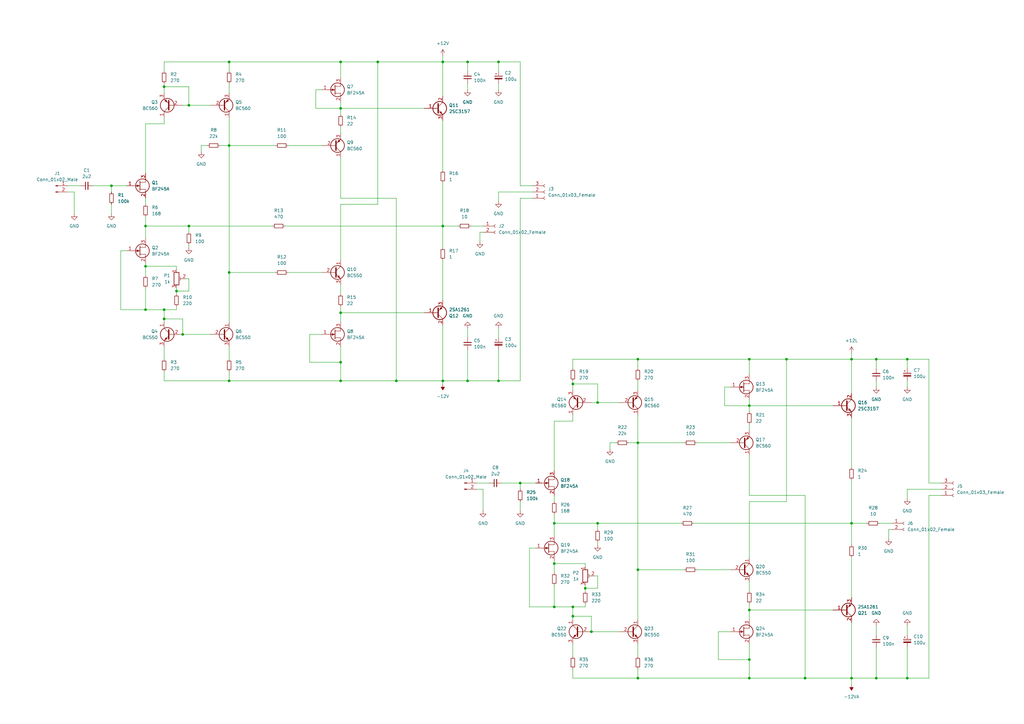
<source format=kicad_sch>
(kicad_sch (version 20250114) (generator "eeschema") (generator_version "9.0")
  (paper "A3")
  (lib_symbols
    (symbol "Connector:Conn_01x02_Female" (pin_names (offset 1.016) (hide yes))
      (property "Reference" "J" (at 0 2.54 0))
      (property "Value" "Conn_01x02_Female" (at 0 -5.08 0))
      (symbol "Conn_01x02_Female_1_1"
        (pin passive line (at -5.08 0 0) (length 3.81) (name "Pin_1") (number "1"))
        (pin passive line (at -5.08 -2.54 0) (length 3.81) (name "Pin_2") (number "2"))
      )
    )
    (symbol "Connector:Conn_01x02_Male" (pin_names (offset 1.016) (hide yes))
      (property "Reference" "J" (at 0 2.54 0))
      (property "Value" "Conn_01x02_Male" (at 0 -5.08 0))
      (symbol "Conn_01x02_Male_1_1"
        (pin passive line (at 5.08 0 180) (length 3.81) (name "Pin_1") (number "1"))
        (pin passive line (at 5.08 -2.54 180) (length 3.81) (name "Pin_2") (number "2"))
      )
    )
    (symbol "Connector:Conn_01x03_Female" (pin_names (offset 1.016) (hide yes))
      (property "Reference" "J3" (at 1.27 1.2701 0))
      (property "Value" "Conn_01x03_Female" (at 1.27 -1.2699 0))
      (symbol "Conn_01x03_Female_1_1"
        (pin passive line (at -5.08 2.54 0) (length 3.81) (name "Pin_3") (number "3"))
        (pin passive line (at -5.08 0 0) (length 3.81) (name "Pin_2") (number "2"))
        (pin passive line (at -5.08 -2.54 0) (length 3.81) (name "Pin_1") (number "1"))
      )
    )
    (symbol "Device:C_Polarized_Small" (pin_numbers (hide yes)) (pin_names (offset 0.254) (hide yes))
      (property "Reference" "C" (at 0.254 1.778 0))
      (property "Value" "C_Polarized_Small" (at 0.254 -2.032 0))
      (symbol "C_Polarized_Small_1_1"
        (pin passive line (at 0 2.54 270) (length 1.8542) (name "~") (number "1"))
        (pin passive line (at 0 -2.54 90) (length 1.8542) (name "~") (number "2"))
      )
    )
    (symbol "Device:C_Small" (pin_numbers (hide yes)) (pin_names (offset 0.254) (hide yes))
      (property "Reference" "C" (at 0.254 1.778 0))
      (property "Value" "C_Small" (at 0.254 -2.032 0))
      (symbol "C_Small_1_1"
        (pin passive line (at 0 2.54 270) (length 2.032) (name "~") (number "1"))
        (pin passive line (at 0 -2.54 90) (length 2.032) (name "~") (number "2"))
      )
    )
    (symbol "Device:R_Potentiometer_Trim" (pin_names (offset 1.016) (hide yes))
      (property "Reference" "RV" (at -4.445 0 90))
      (property "Value" "R_Potentiometer_Trim" (at -2.54 0 90))
      (symbol "R_Potentiometer_Trim_1_1"
        (pin passive line (at 0 3.81 270) (length 1.27) (name "1") (number "1"))
        (pin passive line (at 0 -3.81 90) (length 1.27) (name "3") (number "3"))
        (pin passive line (at 3.81 0 180) (length 1.27) (name "2") (number "2"))
      )
    )
    (symbol "Device:R_Small" (pin_numbers (hide yes)) (pin_names (offset 0.254) (hide yes))
      (property "Reference" "R" (at 0.762 0.508 0))
      (property "Value" "R_Small" (at 0.762 -1.016 0))
      (symbol "R_Small_1_1"
        (pin passive line (at 0 2.54 270) (length 0.762) (name "~") (number "1"))
        (pin passive line (at 0 -2.54 90) (length 0.762) (name "~") (number "2"))
      )
    )
    (symbol "Transistor_BJT:BC550" (pin_names (offset 0) (hide yes))
      (property "Reference" "Q" (at 5.08 1.905 0))
      (property "Value" "BC550" (at 5.08 0 0))
      (symbol "BC550_1_1"
        (pin input line (at -5.08 0 0) (length 5.08) (name "B") (number "2"))
        (pin passive line (at 2.54 5.08 270) (length 2.54) (name "C") (number "1"))
        (pin passive line (at 2.54 -5.08 90) (length 2.54) (name "E") (number "3"))
      )
    )
    (symbol "Transistor_BJT:BC560" (pin_names (offset 0) (hide yes))
      (property "Reference" "Q" (at 5.08 1.905 0))
      (property "Value" "BC560" (at 5.08 0 0))
      (symbol "BC560_1_1"
        (pin input line (at -5.08 0 0) (length 5.715) (name "B") (number "2"))
        (pin passive line (at 2.54 5.08 270) (length 2.54) (name "C") (number "1"))
        (pin passive line (at 2.54 -5.08 90) (length 2.54) (name "E") (number "3"))
      )
    )
    (symbol "Transistor_BJT:BD139" (pin_names (offset 0) (hide yes))
      (property "Reference" "Q11" (at 5.08 1.2701 0))
      (property "Value" "BD139" (at 5.08 -1.2699 0))
      (symbol "BD139_1_1"
        (pin input line (at -5.08 0 0) (length 5.08) (name "B") (number "1"))
        (pin passive line (at 2.54 5.08 270) (length 2.54) (name "C") (number "2"))
        (pin passive line (at 2.54 -5.08 90) (length 2.54) (name "E") (number "3"))
      )
    )
    (symbol "Transistor_BJT:BD140" (pin_names (offset 0) (hide yes))
      (property "Reference" "Q12" (at 5.08 1.2701 0))
      (property "Value" "BD140" (at 5.08 -1.2699 0))
      (symbol "BD140_1_1"
        (pin input line (at -5.08 0 0) (length 5.08) (name "B") (number "1"))
        (pin passive line (at 2.54 5.08 270) (length 2.54) (name "C") (number "2"))
        (pin passive line (at 2.54 -5.08 90) (length 2.54) (name "E") (number "3"))
      )
    )
    (symbol "Transistor_FET:BF245A" (pin_names (hide yes))
      (property "Reference" "Q" (at 5.08 1.905 0))
      (property "Value" "BF245A" (at 5.08 0 0))
      (symbol "BF245A_1_1"
        (pin input line (at -5.08 0 0) (length 2.54) (name "G") (number "1"))
        (pin passive line (at 2.54 5.08 270) (length 2.54) (name "D") (number "3"))
        (pin passive line (at 2.54 -5.08 90) (length 2.54) (name "S") (number "2"))
      )
    )
    (symbol "power:+12L" (power) (pin_names (offset 0))
      (property "Value" "+12L" (at 0 3.556 0))
      (symbol "+12L_1_1"
        (pin power_in line (at 0 0 90) (length 0) (hide yes) (name "+12L") (number "1"))
      )
    )
    (symbol "power:+12V" (power) (pin_names (offset 0))
      (property "Value" "+12V" (at 0 3.556 0))
      (symbol "+12V_1_1"
        (pin power_in line (at 0 0 90) (length 0) (hide yes) (name "+12V") (number "1"))
      )
    )
    (symbol "power:-12V" (power) (pin_names (offset 0))
      (property "Value" "-12V" (at 0 3.81 0))
      (symbol "-12V_0_0"
        (pin power_in line (at 0 0 90) (length 0) (hide yes) (name "-12V") (number "1"))
      )
    )
    (symbol "power:-12VA" (power) (pin_names (offset 0))
      (property "Value" "-12VA" (at 0 3.556 0))
      (symbol "-12VA_0_0"
        (pin power_in line (at 0 0 90) (length 0) (hide yes) (name "-12VA") (number "1"))
      )
    )
    (symbol "power:GND" (power) (pin_names (offset 0))
      (property "Value" "GND" (at 0 -3.81 0))
      (symbol "GND_1_1"
        (pin power_in line (at 0 0 270) (length 0) (hide yes) (name "GND") (number "1"))
      )
    )
  )
  (junction (at 93.98 59.69))
  (junction (at 307.34 278.13))
  (junction (at 359.41 147.32))
  (junction (at 261.62 147.32))
  (junction (at 213.36 198.12))
  (junction (at 330.2 278.13))
  (junction (at 181.61 25.4))
  (junction (at 139.7 148.59))
  (junction (at 261.62 181.61))
  (junction (at 181.61 156.21))
  (junction (at 242.57 259.08))
  (junction (at 139.7 25.4))
  (junction (at 93.98 111.76))
  (junction (at 349.25 278.13))
  (junction (at 67.31 35.56))
  (junction (at 139.7 44.45))
  (junction (at 74.93 137.16))
  (junction (at 372.11 278.13))
  (junction (at 234.95 252.73))
  (junction (at 191.77 25.4))
  (junction (at 261.62 233.68))
  (junction (at 181.61 92.71))
  (junction (at 93.98 156.21))
  (junction (at 307.34 270.51))
  (junction (at 154.94 25.4))
  (junction (at 234.95 157.48))
  (junction (at 234.95 248.92))
  (junction (at 59.69 92.71))
  (junction (at 227.33 231.14))
  (junction (at 307.34 166.37))
  (junction (at 322.58 147.32))
  (junction (at 245.11 165.1))
  (junction (at 77.47 43.18))
  (junction (at 139.7 156.21))
  (junction (at 240.03 241.3))
  (junction (at 204.47 156.21))
  (junction (at 372.11 147.32))
  (junction (at 72.39 119.38))
  (junction (at 204.47 25.4))
  (junction (at 77.47 92.71))
  (junction (at 359.41 278.13))
  (junction (at 93.98 25.4))
  (junction (at 191.77 156.21))
  (junction (at 67.31 127))
  (junction (at 162.56 156.21))
  (junction (at 227.33 214.63))
  (junction (at 349.25 214.63))
  (junction (at 307.34 147.32))
  (junction (at 261.62 278.13))
  (junction (at 59.69 127))
  (junction (at 349.25 147.32))
  (junction (at 307.34 250.19))
  (junction (at 59.69 109.22))
  (junction (at 227.33 248.92))
  (junction (at 245.11 214.63))
  (junction (at 45.72 76.2))
  (junction (at 67.31 130.81))
  (junction (at 139.7 128.27))
  (wire (pts (xy 307.34 166.37) (xy 307.34 168.91)))
  (wire (pts (xy 234.95 157.48) (xy 234.95 160.02)))
  (wire (pts (xy 307.34 250.19) (xy 307.34 254)))
  (wire (pts (xy 299.72 158.75) (xy 297.18 158.75)))
  (wire (pts (xy 77.47 95.25) (xy 77.47 92.71)))
  (wire (pts (xy 93.98 111.76) (xy 93.98 132.08)))
  (wire (pts (xy 93.98 25.4) (xy 139.7 25.4)))
  (wire (pts (xy 195.58 198.12) (xy 200.66 198.12)))
  (wire (pts (xy 139.7 52.07) (xy 139.7 54.61)))
  (wire (pts (xy 139.7 106.68) (xy 139.7 83.82)))
  (wire (pts (xy 67.31 35.56) (xy 77.47 35.56)))
  (wire (pts (xy 154.94 83.82) (xy 154.94 25.4)))
  (wire (pts (xy 193.04 92.71) (xy 198.12 92.71)))
  (wire (pts (xy 372.11 156.21) (xy 372.11 158.75)))
  (wire (pts (xy 234.95 278.13) (xy 261.62 278.13)))
  (wire (pts (xy 349.25 214.63) (xy 355.6 214.63)))
  (wire (pts (xy 139.7 125.73) (xy 139.7 128.27)))
  (wire (pts (xy 349.25 278.13) (xy 359.41 278.13)))
  (wire (pts (xy 127 137.16) (xy 127 148.59)))
  (wire (pts (xy 381 147.32) (xy 372.11 147.32)))
  (wire (pts (xy 139.7 128.27) (xy 173.99 128.27)))
  (wire (pts (xy 218.44 76.2) (xy 213.36 76.2)))
  (wire (pts (xy 27.94 78.74) (xy 30.48 78.74)))
  (wire (pts (xy 59.69 71.12) (xy 59.69 50.8)))
  (wire (pts (xy 294.64 270.51) (xy 307.34 270.51)))
  (wire (pts (xy 285.75 181.61) (xy 299.72 181.61)))
  (wire (pts (xy 307.34 238.76) (xy 307.34 242.57)))
  (wire (pts (xy 261.62 147.32) (xy 261.62 151.13)))
  (wire (pts (xy 240.03 241.3) (xy 240.03 242.57)))
  (wire (pts (xy 77.47 100.33) (xy 77.47 101.6)))
  (wire (pts (xy 204.47 156.21) (xy 191.77 156.21)))
  (wire (pts (xy 349.25 147.32) (xy 359.41 147.32)))
  (wire (pts (xy 227.33 229.87) (xy 227.33 231.14)))
  (wire (pts (xy 76.2 114.3) (xy 77.47 114.3)))
  (wire (pts (xy 59.69 50.8) (xy 67.31 50.8)))
  (wire (pts (xy 139.7 44.45) (xy 173.99 44.45)))
  (wire (pts (xy 322.58 205.74) (xy 322.58 147.32)))
  (wire (pts (xy 139.7 25.4) (xy 139.7 31.75)))
  (wire (pts (xy 242.57 259.08) (xy 254 259.08)))
  (wire (pts (xy 349.25 144.78) (xy 349.25 147.32)))
  (wire (pts (xy 243.84 236.22) (xy 245.11 236.22)))
  (wire (pts (xy 196.85 95.25) (xy 198.12 95.25)))
  (wire (pts (xy 234.95 151.13) (xy 234.95 147.32)))
  (wire (pts (xy 139.7 44.45) (xy 139.7 46.99)))
  (wire (pts (xy 52.07 102.87) (xy 49.53 102.87)))
  (wire (pts (xy 82.55 59.69) (xy 82.55 62.23)))
  (wire (pts (xy 45.72 83.82) (xy 45.72 87.63)))
  (wire (pts (xy 227.33 214.63) (xy 227.33 219.71)))
  (wire (pts (xy 93.98 152.4) (xy 93.98 156.21)))
  (wire (pts (xy 227.33 231.14) (xy 240.03 231.14)))
  (wire (pts (xy 297.18 158.75) (xy 297.18 166.37)))
  (wire (pts (xy 213.36 81.28) (xy 213.36 156.21)))
  (wire (pts (xy 261.62 156.21) (xy 261.62 160.02)))
  (wire (pts (xy 234.95 274.32) (xy 234.95 278.13)))
  (wire (pts (xy 234.95 156.21) (xy 234.95 157.48)))
  (wire (pts (xy 191.77 143.51) (xy 191.77 156.21)))
  (wire (pts (xy 349.25 171.45) (xy 349.25 191.77)))
  (wire (pts (xy 90.17 59.69) (xy 93.98 59.69)))
  (wire (pts (xy 261.62 233.68) (xy 261.62 254)))
  (wire (pts (xy 364.49 217.17) (xy 365.76 217.17)))
  (wire (pts (xy 359.41 256.54) (xy 359.41 260.35)))
  (wire (pts (xy 381 198.12) (xy 381 147.32)))
  (wire (pts (xy 67.31 34.29) (xy 67.31 35.56)))
  (wire (pts (xy 67.31 130.81) (xy 67.31 132.08)))
  (wire (pts (xy 227.33 203.2) (xy 227.33 205.74)))
  (wire (pts (xy 372.11 200.66) (xy 372.11 204.47)))
  (wire (pts (xy 204.47 156.21) (xy 213.36 156.21)))
  (wire (pts (xy 234.95 252.73) (xy 242.57 252.73)))
  (wire (pts (xy 67.31 142.24) (xy 67.31 147.32)))
  (wire (pts (xy 359.41 147.32) (xy 372.11 147.32)))
  (wire (pts (xy 127 148.59) (xy 139.7 148.59)))
  (wire (pts (xy 307.34 247.65) (xy 307.34 250.19)))
  (wire (pts (xy 213.36 198.12) (xy 213.36 200.66)))
  (wire (pts (xy 27.94 76.2) (xy 33.02 76.2)))
  (wire (pts (xy 227.33 231.14) (xy 227.33 234.95)))
  (wire (pts (xy 191.77 25.4) (xy 204.47 25.4)))
  (wire (pts (xy 372.11 151.13) (xy 372.11 147.32)))
  (wire (pts (xy 381 203.2) (xy 381 278.13)))
  (wire (pts (xy 349.25 214.63) (xy 349.25 223.52)))
  (wire (pts (xy 67.31 25.4) (xy 93.98 25.4)))
  (wire (pts (xy 294.64 259.08) (xy 294.64 270.51)))
  (wire (pts (xy 227.33 214.63) (xy 245.11 214.63)))
  (wire (pts (xy 67.31 127) (xy 72.39 127)))
  (wire (pts (xy 30.48 78.74) (xy 30.48 87.63)))
  (wire (pts (xy 154.94 25.4) (xy 181.61 25.4)))
  (wire (pts (xy 307.34 186.69) (xy 307.34 203.2)))
  (wire (pts (xy 245.11 165.1) (xy 254 165.1)))
  (wire (pts (xy 234.95 147.32) (xy 261.62 147.32)))
  (wire (pts (xy 261.62 233.68) (xy 280.67 233.68)))
  (wire (pts (xy 118.11 59.69) (xy 132.08 59.69)))
  (wire (pts (xy 93.98 142.24) (xy 93.98 147.32)))
  (wire (pts (xy 307.34 147.32) (xy 307.34 153.67)))
  (wire (pts (xy 349.25 278.13) (xy 349.25 280.67)))
  (wire (pts (xy 67.31 156.21) (xy 93.98 156.21)))
  (wire (pts (xy 234.95 248.92) (xy 240.03 248.92)))
  (wire (pts (xy 359.41 265.43) (xy 359.41 278.13)))
  (wire (pts (xy 205.74 198.12) (xy 213.36 198.12)))
  (wire (pts (xy 227.33 172.72) (xy 234.95 172.72)))
  (wire (pts (xy 93.98 59.69) (xy 93.98 111.76)))
  (wire (pts (xy 59.69 127) (xy 67.31 127)))
  (wire (pts (xy 77.47 119.38) (xy 77.47 114.3)))
  (wire (pts (xy 349.25 196.85) (xy 349.25 214.63)))
  (wire (pts (xy 139.7 116.84) (xy 139.7 120.65)))
  (wire (pts (xy 261.62 264.16) (xy 261.62 269.24)))
  (wire (pts (xy 67.31 29.21) (xy 67.31 25.4)))
  (wire (pts (xy 67.31 130.81) (xy 74.93 130.81)))
  (wire (pts (xy 181.61 74.93) (xy 181.61 92.71)))
  (wire (pts (xy 181.61 92.71) (xy 181.61 101.6)))
  (wire (pts (xy 191.77 134.62) (xy 191.77 138.43)))
  (wire (pts (xy 59.69 81.28) (xy 59.69 83.82)))
  (wire (pts (xy 213.36 25.4) (xy 204.47 25.4)))
  (wire (pts (xy 307.34 163.83) (xy 307.34 166.37)))
  (wire (pts (xy 162.56 156.21) (xy 181.61 156.21)))
  (wire (pts (xy 349.25 161.29) (xy 349.25 147.32)))
  (wire (pts (xy 139.7 128.27) (xy 139.7 132.08)))
  (wire (pts (xy 59.69 92.71) (xy 59.69 97.79)))
  (wire (pts (xy 234.95 252.73) (xy 234.95 254)))
  (wire (pts (xy 67.31 152.4) (xy 67.31 156.21)))
  (wire (pts (xy 77.47 43.18) (xy 86.36 43.18)))
  (wire (pts (xy 59.69 109.22) (xy 72.39 109.22)))
  (wire (pts (xy 307.34 173.99) (xy 307.34 176.53)))
  (wire (pts (xy 234.95 264.16) (xy 234.95 269.24)))
  (wire (pts (xy 234.95 170.18) (xy 234.95 172.72)))
  (wire (pts (xy 386.08 200.66) (xy 372.11 200.66)))
  (wire (pts (xy 191.77 34.29) (xy 191.77 36.83)))
  (wire (pts (xy 349.25 228.6) (xy 349.25 245.11)))
  (wire (pts (xy 261.62 181.61) (xy 261.62 233.68)))
  (wire (pts (xy 139.7 156.21) (xy 93.98 156.21)))
  (wire (pts (xy 181.61 106.68) (xy 181.61 123.19)))
  (wire (pts (xy 245.11 157.48) (xy 245.11 165.1)))
  (wire (pts (xy 93.98 48.26) (xy 93.98 59.69)))
  (wire (pts (xy 297.18 166.37) (xy 307.34 166.37)))
  (wire (pts (xy 242.57 165.1) (xy 245.11 165.1)))
  (wire (pts (xy 74.93 130.81) (xy 74.93 137.16)))
  (wire (pts (xy 299.72 259.08) (xy 294.64 259.08)))
  (wire (pts (xy 218.44 81.28) (xy 213.36 81.28)))
  (wire (pts (xy 204.47 78.74) (xy 204.47 82.55)))
  (wire (pts (xy 132.08 137.16) (xy 127 137.16)))
  (wire (pts (xy 227.33 248.92) (xy 234.95 248.92)))
  (wire (pts (xy 240.03 241.3) (xy 245.11 241.3)))
  (wire (pts (xy 261.62 147.32) (xy 307.34 147.32)))
  (wire (pts (xy 250.19 181.61) (xy 250.19 184.15)))
  (wire (pts (xy 204.47 143.51) (xy 204.47 156.21)))
  (wire (pts (xy 139.7 142.24) (xy 139.7 148.59)))
  (wire (pts (xy 240.03 231.14) (xy 240.03 232.41)))
  (wire (pts (xy 72.39 119.38) (xy 77.47 119.38)))
  (wire (pts (xy 181.61 156.21) (xy 191.77 156.21)))
  (wire (pts (xy 217.17 248.92) (xy 227.33 248.92)))
  (wire (pts (xy 359.41 156.21) (xy 359.41 158.75)))
  (wire (pts (xy 307.34 228.6) (xy 307.34 205.74)))
  (wire (pts (xy 191.77 25.4) (xy 191.77 29.21)))
  (wire (pts (xy 364.49 220.98) (xy 364.49 217.17)))
  (wire (pts (xy 181.61 49.53) (xy 181.61 69.85)))
  (wire (pts (xy 240.03 240.03) (xy 240.03 241.3)))
  (wire (pts (xy 93.98 25.4) (xy 93.98 29.21)))
  (wire (pts (xy 227.33 193.04) (xy 227.33 172.72)))
  (wire (pts (xy 74.93 137.16) (xy 86.36 137.16)))
  (wire (pts (xy 93.98 59.69) (xy 113.03 59.69)))
  (wire (pts (xy 218.44 78.74) (xy 204.47 78.74)))
  (wire (pts (xy 45.72 76.2) (xy 52.07 76.2)))
  (wire (pts (xy 162.56 81.28) (xy 162.56 156.21)))
  (wire (pts (xy 234.95 248.92) (xy 234.95 252.73)))
  (wire (pts (xy 359.41 147.32) (xy 359.41 151.13)))
  (wire (pts (xy 242.57 252.73) (xy 242.57 259.08)))
  (wire (pts (xy 132.08 36.83) (xy 129.54 36.83)))
  (wire (pts (xy 38.1 76.2) (xy 45.72 76.2)))
  (wire (pts (xy 307.34 205.74) (xy 322.58 205.74)))
  (wire (pts (xy 45.72 76.2) (xy 45.72 78.74)))
  (wire (pts (xy 67.31 48.26) (xy 67.31 50.8)))
  (wire (pts (xy 307.34 203.2) (xy 330.2 203.2)))
  (wire (pts (xy 139.7 148.59) (xy 139.7 156.21)))
  (wire (pts (xy 217.17 224.79) (xy 217.17 248.92)))
  (wire (pts (xy 307.34 264.16) (xy 307.34 270.51)))
  (wire (pts (xy 59.69 109.22) (xy 59.69 113.03)))
  (wire (pts (xy 116.84 92.71) (xy 181.61 92.71)))
  (wire (pts (xy 139.7 41.91) (xy 139.7 44.45)))
  (wire (pts (xy 59.69 88.9) (xy 59.69 92.71)))
  (wire (pts (xy 307.34 166.37) (xy 341.63 166.37)))
  (wire (pts (xy 204.47 29.21) (xy 204.47 25.4)))
  (wire (pts (xy 213.36 198.12) (xy 219.71 198.12)))
  (wire (pts (xy 307.34 147.32) (xy 322.58 147.32)))
  (wire (pts (xy 252.73 181.61) (xy 250.19 181.61)))
  (wire (pts (xy 307.34 278.13) (xy 261.62 278.13)))
  (wire (pts (xy 386.08 198.12) (xy 381 198.12)))
  (wire (pts (xy 372.11 265.43) (xy 372.11 278.13)))
  (wire (pts (xy 74.93 43.18) (xy 77.47 43.18)))
  (wire (pts (xy 234.95 157.48) (xy 245.11 157.48)))
  (wire (pts (xy 349.25 255.27) (xy 349.25 278.13)))
  (wire (pts (xy 372.11 278.13) (xy 359.41 278.13)))
  (wire (pts (xy 386.08 203.2) (xy 381 203.2)))
  (wire (pts (xy 204.47 134.62) (xy 204.47 138.43)))
  (wire (pts (xy 284.48 214.63) (xy 349.25 214.63)))
  (wire (pts (xy 213.36 76.2) (xy 213.36 25.4)))
  (wire (pts (xy 372.11 278.13) (xy 381 278.13)))
  (wire (pts (xy 72.39 109.22) (xy 72.39 110.49)))
  (wire (pts (xy 322.58 147.32) (xy 349.25 147.32)))
  (wire (pts (xy 330.2 278.13) (xy 349.25 278.13)))
  (wire (pts (xy 285.75 233.68) (xy 299.72 233.68)))
  (wire (pts (xy 162.56 156.21) (xy 139.7 156.21)))
  (wire (pts (xy 181.61 39.37) (xy 181.61 25.4)))
  (wire (pts (xy 139.7 25.4) (xy 154.94 25.4)))
  (wire (pts (xy 198.12 200.66) (xy 198.12 209.55)))
  (wire (pts (xy 245.11 222.25) (xy 245.11 223.52)))
  (wire (pts (xy 261.62 170.18) (xy 261.62 181.61)))
  (wire (pts (xy 139.7 81.28) (xy 162.56 81.28)))
  (wire (pts (xy 227.33 240.03) (xy 227.33 248.92)))
  (wire (pts (xy 181.61 156.21) (xy 181.61 157.48)))
  (wire (pts (xy 49.53 127) (xy 59.69 127)))
  (wire (pts (xy 129.54 44.45) (xy 139.7 44.45)))
  (wire (pts (xy 181.61 25.4) (xy 191.77 25.4)))
  (wire (pts (xy 59.69 118.11) (xy 59.69 127)))
  (wire (pts (xy 330.2 203.2) (xy 330.2 278.13)))
  (wire (pts (xy 72.39 118.11) (xy 72.39 119.38)))
  (wire (pts (xy 360.68 214.63) (xy 365.76 214.63)))
  (wire (pts (xy 118.11 111.76) (xy 132.08 111.76)))
  (wire (pts (xy 139.7 64.77) (xy 139.7 81.28)))
  (wire (pts (xy 261.62 181.61) (xy 280.67 181.61)))
  (wire (pts (xy 72.39 125.73) (xy 72.39 127)))
  (wire (pts (xy 245.11 214.63) (xy 279.4 214.63)))
  (wire (pts (xy 227.33 210.82) (xy 227.33 214.63)))
  (wire (pts (xy 181.61 22.86) (xy 181.61 25.4)))
  (wire (pts (xy 372.11 256.54) (xy 372.11 260.35)))
  (wire (pts (xy 93.98 34.29) (xy 93.98 38.1)))
  (wire (pts (xy 139.7 83.82) (xy 154.94 83.82)))
  (wire (pts (xy 330.2 278.13) (xy 307.34 278.13)))
  (wire (pts (xy 77.47 92.71) (xy 111.76 92.71)))
  (wire (pts (xy 181.61 92.71) (xy 187.96 92.71)))
  (wire (pts (xy 307.34 270.51) (xy 307.34 278.13)))
  (wire (pts (xy 67.31 127) (xy 67.31 130.81)))
  (wire (pts (xy 67.31 35.56) (xy 67.31 38.1)))
  (wire (pts (xy 49.53 102.87) (xy 49.53 127)))
  (wire (pts (xy 213.36 205.74) (xy 213.36 209.55)))
  (wire (pts (xy 219.71 224.79) (xy 217.17 224.79)))
  (wire (pts (xy 204.47 34.29) (xy 204.47 36.83)))
  (wire (pts (xy 240.03 247.65) (xy 240.03 248.92)))
  (wire (pts (xy 93.98 111.76) (xy 113.03 111.76)))
  (wire (pts (xy 245.11 241.3) (xy 245.11 236.22)))
  (wire (pts (xy 257.81 181.61) (xy 261.62 181.61)))
  (wire (pts (xy 196.85 99.06) (xy 196.85 95.25)))
  (wire (pts (xy 245.11 217.17) (xy 245.11 214.63)))
  (wire (pts (xy 195.58 200.66) (xy 198.12 200.66)))
  (wire (pts (xy 72.39 119.38) (xy 72.39 120.65)))
  (wire (pts (xy 77.47 35.56) (xy 77.47 43.18)))
  (wire (pts (xy 181.61 133.35) (xy 181.61 156.21)))
  (wire (pts (xy 85.09 59.69) (xy 82.55 59.69)))
  (wire (pts (xy 307.34 250.19) (xy 341.63 250.19)))
  (wire (pts (xy 261.62 274.32) (xy 261.62 278.13)))
  (wire (pts (xy 59.69 92.71) (xy 77.47 92.71)))
  (wire (pts (xy 59.69 107.95) (xy 59.69 109.22)))
  (wire (pts (xy 129.54 36.83) (xy 129.54 44.45)))
  (symbol (lib_id "power:GND") (at 191.77 36.83 0) (unit 1)
    (property "Reference" "#PWR05" (effects (hide yes)))
    (property "Value" "GND" (at 191.77 41.91 0))
  )
  (symbol (lib_id "Device:R_Small") (at 114.3 92.71 270) (unit 1)
    (property "Reference" "R13" (at 114.3 86.36 90))
    (property "Value" "470" (at 114.3 88.9 90))
    (property "Footprint" "Resistor_THT:R_Axial_DIN0207_L6.3mm_D2.5mm_P10.16mm_Horizontal" (effects (hide yes)))
  )
  (symbol (lib_id "Device:R_Small") (at 283.21 181.61 270) (unit 1)
    (property "Reference" "R23" (at 283.21 175.26 90))
    (property "Value" "100" (at 283.21 177.8 90))
    (property "Footprint" "Resistor_THT:R_Axial_DIN0207_L6.3mm_D2.5mm_P10.16mm_Horizontal" (effects (hide yes)))
  )
  (symbol (lib_id "Transistor_FET:BF245A") (at 137.16 36.83 0) (unit 1)
    (property "Reference" "Q7" (at 142.24 35.5599 0) (effects (justify left)))
    (property "Value" "BF245A" (at 142.24 38.0999 0) (effects (justify left)))
    (property "Footprint" "Tranzystory:TO-92" (effects (hide yes)))
    (property "Datasheet" "https://www.onsemi.com/pub/Collateral/BF245A-D.PDF" (effects (hide yes)))
  )
  (symbol (lib_id "Connector:Conn_01x02_Female") (at 203.2 92.71 0) (unit 1)
    (property "Reference" "J2" (at 204.47 92.7099 0) (effects (justify left)))
    (property "Value" "Conn_01x02_Female" (at 204.47 95.2499 0) (effects (justify left)))
    (property "Footprint" "Connector_JST:JST_EH_B2B-EH-A_1x02_P2.50mm_Vertical" (effects (hide yes)))
  )
  (symbol (lib_id "power:GND") (at 364.49 220.98 0) (unit 1)
    (property "Reference" "#PWR018" (effects (hide yes)))
    (property "Value" "GND" (at 364.49 226.06 0))
  )
  (symbol (lib_id "Device:C_Polarized_Small") (at 204.47 31.75 0) (unit 1)
    (property "Reference" "C2" (at 207.01 29.9338 0) (effects (justify left)))
    (property "Value" "100u" (at 207.01 32.4738 0) (effects (justify left)))
    (property "Footprint" "Capacitor_THT:CP_Radial_D8.0mm_P3.50mm" (effects (hide yes)))
  )
  (symbol (lib_id "power:GND") (at 45.72 87.63 0) (unit 1)
    (property "Reference" "#PWR02" (effects (hide yes)))
    (property "Value" "GND" (at 45.72 92.71 0))
  )
  (symbol (lib_id "Connector:Conn_01x02_Male") (at 190.5 198.12 0) (unit 1)
    (property "Reference" "J4" (at 191.135 193.04 0))
    (property "Value" "Conn_01x02_Male" (at 191.135 195.58 0))
    (property "Footprint" "Connector_JST:JST_EH_S2B-EH_1x02_P2.50mm_Horizontal" (effects (hide yes)))
  )
  (symbol (lib_id "Device:R_Small") (at 307.34 245.11 0) (unit 1)
    (property "Reference" "R34" (at 309.88 243.8399 0) (effects (justify left)))
    (property "Value" "22" (at 309.88 246.3799 0) (effects (justify left)))
    (property "Footprint" "Resistor_THT:R_Axial_DIN0207_L6.3mm_D2.5mm_P10.16mm_Horizontal" (effects (hide yes)))
  )
  (symbol (lib_id "Device:R_Small") (at 67.31 149.86 0) (unit 1)
    (property "Reference" "R3" (at 69.85 148.5899 0) (effects (justify left)))
    (property "Value" "270" (at 69.85 151.1299 0) (effects (justify left)))
    (property "Footprint" "Resistor_THT:R_Axial_DIN0207_L6.3mm_D2.5mm_P10.16mm_Horizontal" (effects (hide yes)))
  )
  (symbol (lib_id "power:GND") (at 372.11 204.47 0) (unit 1)
    (property "Reference" "#PWR015" (effects (hide yes)))
    (property "Value" "GND" (at 372.11 209.55 0))
  )
  (symbol (lib_id "Device:C_Small") (at 359.41 262.89 180) (unit 1)
    (property "Reference" "C9" (at 361.95 261.6135 0) (effects (justify right)))
    (property "Value" "100n" (at 361.95 264.1535 0) (effects (justify right)))
    (property "Footprint" "Capacitor_THT:C_Axial_L3.8mm_D2.6mm_P10.00mm_Horizontal" (effects (hide yes)))
  )
  (symbol (lib_id "Device:C_Small") (at 35.56 76.2 90) (unit 1)
    (property "Reference" "C1" (at 35.5663 69.85 90))
    (property "Value" "2u2" (at 35.5663 72.39 90))
    (property "Footprint" "Capacitor_THT:C_Rect_L11.0mm_W5.1mm_P10.00mm_MKT" (effects (hide yes)))
  )
  (symbol (lib_id "power:GND") (at 245.11 223.52 0) (unit 1)
    (property "Reference" "#PWR019" (effects (hide yes)))
    (property "Value" "GND" (at 245.11 228.6 0))
  )
  (symbol (lib_id "Transistor_BJT:BC550") (at 259.08 259.08 0) (unit 1)
    (property "Reference" "Q23" (at 264.16 257.8099 0) (effects (justify left)))
    (property "Value" "BC550" (at 264.16 260.3499 0) (effects (justify left)))
    (property "Footprint" "Tranzystory:TO-92" (effects (hide yes)))
    (property "Datasheet" "https://www.onsemi.com/pub/Collateral/BC550-D.pdf" (effects (hide yes)))
  )
  (symbol (lib_id "Transistor_BJT:BD140") (at 346.71 250.19 0) (mirror x) (unit 1)
    (property "Reference" "Q21" (at 351.79 251.4601 0) (effects (justify left)))
    (property "Value" "2SA1261" (at 351.79 248.9201 0) (effects (justify left)))
    (property "Footprint" "Package_TO_SOT_THT:TO-220-3_Vertical" (effects (hide yes)))
    (property "Datasheet" "http://www.st.com/internet/com/TECHNICAL_RESOURCES/TECHNICAL_LITERATURE/DATASHEET/CD00001225.pdf" (effects (hide yes)))
  )
  (symbol (lib_id "Device:R_Small") (at 283.21 233.68 270) (unit 1)
    (property "Reference" "R31" (at 283.21 227.33 90))
    (property "Value" "100" (at 283.21 229.87 90))
    (property "Footprint" "Resistor_THT:R_Axial_DIN0207_L6.3mm_D2.5mm_P10.16mm_Horizontal" (effects (hide yes)))
  )
  (symbol (lib_id "Transistor_BJT:BC560") (at 237.49 165.1 180) (unit 1)
    (property "Reference" "Q14" (at 232.41 163.8299 0) (effects (justify left)))
    (property "Value" "BC560" (at 232.41 166.3699 0) (effects (justify left)))
    (property "Footprint" "Tranzystory:TO-92" (effects (hide yes)))
    (property "Datasheet" "https://www.onsemi.com/pub/Collateral/BC556BTA-D.pdf" (effects (hide yes)))
  )
  (symbol (lib_id "power:GND") (at 359.41 158.75 0) (unit 1)
    (property "Reference" "#PWR012" (effects (hide yes)))
    (property "Value" "GND" (at 359.41 163.83 0))
  )
  (symbol (lib_id "Connector:Conn_01x03_Female") (at 223.52 78.74 0) (unit 1)
    (property "Reference" "J3" (at 224.79 77.4699 0) (effects (justify left)))
    (property "Value" "Conn_01x03_Female" (at 224.79 80.0099 0) (effects (justify left)))
    (property "Footprint" "Connector_JST:JST_EH_S3B-EH_1x03_P2.50mm_Horizontal" (effects (hide yes)))
  )
  (symbol (lib_id "Device:R_Small") (at 67.31 31.75 0) (unit 1)
    (property "Reference" "R2" (at 69.85 30.4799 0) (effects (justify left)))
    (property "Value" "270" (at 69.85 33.0199 0) (effects (justify left)))
    (property "Footprint" "Resistor_THT:R_Axial_DIN0207_L6.3mm_D2.5mm_P10.16mm_Horizontal" (effects (hide yes)))
  )
  (symbol (lib_id "power:GND") (at 250.19 184.15 0) (unit 1)
    (property "Reference" "#PWR014" (effects (hide yes)))
    (property "Value" "GND" (at 250.19 189.23 0))
  )
  (symbol (lib_id "Transistor_BJT:BC560") (at 69.85 43.18 180) (unit 1)
    (property "Reference" "Q3" (at 64.77 41.9099 0) (effects (justify left)))
    (property "Value" "BC560" (at 64.77 44.4499 0) (effects (justify left)))
    (property "Footprint" "Tranzystory:TO-92" (effects (hide yes)))
    (property "Datasheet" "https://www.onsemi.com/pub/Collateral/BC556BTA-D.pdf" (effects (hide yes)))
  )
  (symbol (lib_id "Device:R_Small") (at 349.25 194.31 0) (unit 1)
    (property "Reference" "R24" (at 351.79 193.0399 0) (effects (justify left)))
    (property "Value" "1" (at 351.79 195.5799 0) (effects (justify left)))
    (property "Footprint" "Resistor_THT:R_Axial_DIN0207_L6.3mm_D2.5mm_P10.16mm_Horizontal" (effects (hide yes)))
  )
  (symbol (lib_id "Transistor_BJT:BC550") (at 91.44 137.16 0) (unit 1)
    (property "Reference" "Q6" (at 96.52 135.8899 0) (effects (justify left)))
    (property "Value" "BC550" (at 96.52 138.4299 0) (effects (justify left)))
    (property "Footprint" "Tranzystory:TO-92" (effects (hide yes)))
    (property "Datasheet" "https://www.onsemi.com/pub/Collateral/BC550-D.pdf" (effects (hide yes)))
  )
  (symbol (lib_id "power:-12V") (at 181.61 157.48 180) (unit 1)
    (property "Reference" "#PWR0102" (effects (hide yes)))
    (property "Value" "-12V" (at 181.61 162.56 0))
  )
  (symbol (lib_id "Transistor_BJT:BC560") (at 259.08 165.1 0) (mirror x) (unit 1)
    (property "Reference" "Q15" (at 264.16 163.8299 0) (effects (justify left)))
    (property "Value" "BC560" (at 264.16 166.3699 0) (effects (justify left)))
    (property "Footprint" "Tranzystory:TO-92" (effects (hide yes)))
    (property "Datasheet" "https://www.onsemi.com/pub/Collateral/BC556BTA-D.pdf" (effects (hide yes)))
  )
  (symbol (lib_id "Transistor_BJT:BC550") (at 237.49 259.08 0) (mirror y) (unit 1)
    (property "Reference" "Q22" (at 232.41 257.8099 0) (effects (justify left)))
    (property "Value" "BC550" (at 232.41 260.3499 0) (effects (justify left)))
    (property "Footprint" "Tranzystory:TO-92" (effects (hide yes)))
    (property "Datasheet" "https://www.onsemi.com/pub/Collateral/BC550-D.pdf" (effects (hide yes)))
  )
  (symbol (lib_id "Device:R_Small") (at 115.57 111.76 270) (unit 1)
    (property "Reference" "R12" (at 115.57 105.41 90))
    (property "Value" "100" (at 115.57 107.95 90))
    (property "Footprint" "Resistor_THT:R_Axial_DIN0207_L6.3mm_D2.5mm_P10.16mm_Horizontal" (effects (hide yes)))
  )
  (symbol (lib_id "Transistor_BJT:BC560") (at 304.8 181.61 0) (mirror x) (unit 1)
    (property "Reference" "Q17" (at 309.88 180.3399 0) (effects (justify left)))
    (property "Value" "BC560" (at 309.88 182.8799 0) (effects (justify left)))
    (property "Footprint" "Tranzystory:TO-92" (effects (hide yes)))
    (property "Datasheet" "https://www.onsemi.com/pub/Collateral/BC556BTA-D.pdf" (effects (hide yes)))
  )
  (symbol (lib_id "Device:R_Small") (at 213.36 203.2 180) (unit 1)
    (property "Reference" "R25" (at 215.9 201.9299 0) (effects (justify right)))
    (property "Value" "100k" (at 215.9 204.4699 0) (effects (justify right)))
    (property "Footprint" "Resistor_THT:R_Axial_DIN0207_L6.3mm_D2.5mm_P10.16mm_Horizontal" (effects (hide yes)))
  )
  (symbol (lib_id "Transistor_BJT:BC560") (at 137.16 59.69 0) (mirror x) (unit 1)
    (property "Reference" "Q9" (at 142.24 58.4199 0) (effects (justify left)))
    (property "Value" "BC560" (at 142.24 60.9599 0) (effects (justify left)))
    (property "Footprint" "Tranzystory:TO-92" (effects (hide yes)))
    (property "Datasheet" "https://www.onsemi.com/pub/Collateral/BC556BTA-D.pdf" (effects (hide yes)))
  )
  (symbol (lib_id "power:GND") (at 359.41 256.54 180) (unit 1)
    (property "Reference" "#PWR020" (effects (hide yes)))
    (property "Value" "GND" (at 359.41 251.46 0))
  )
  (symbol (lib_id "power:-12VA") (at 349.25 280.67 180) (unit 1)
    (property "Reference" "#PWR?" (effects (hide yes)))
    (property "Value" "-12VA" (at 349.25 285.75 0))
  )
  (symbol (lib_id "Device:R_Potentiometer_Trim") (at 240.03 236.22 0) (unit 1)
    (property "Reference" "P2" (at 237.49 234.9499 0) (effects (justify right)))
    (property "Value" "1k" (at 237.49 237.4899 0) (effects (justify right)))
    (property "Footprint" "Potentiometer_THT:Potentiometer_Bourns_3266Y_Vertical" (effects (hide yes)))
  )
  (symbol (lib_id "Device:C_Small") (at 359.41 153.67 180) (unit 1)
    (property "Reference" "C6" (at 361.95 152.3935 0) (effects (justify right)))
    (property "Value" "100n" (at 361.95 154.9335 0) (effects (justify right)))
    (property "Footprint" "Capacitor_THT:C_Axial_L3.8mm_D2.6mm_P10.00mm_Horizontal" (effects (hide yes)))
  )
  (symbol (lib_id "power:+12V") (at 181.61 22.86 0) (unit 1)
    (property "Reference" "#PWR0101" (effects (hide yes)))
    (property "Value" "+12V" (at 181.61 17.78 0))
  )
  (symbol (lib_id "Connector:Conn_01x02_Male") (at 22.86 76.2 0) (unit 1)
    (property "Reference" "J1" (at 23.495 71.12 0))
    (property "Value" "Conn_01x02_Male" (at 23.495 73.66 0))
    (property "Footprint" "Connector_JST:JST_EH_S2B-EH_1x02_P2.50mm_Horizontal" (effects (hide yes)))
  )
  (symbol (lib_id "power:GND") (at 204.47 134.62 180) (unit 1)
    (property "Reference" "#PWR010" (effects (hide yes)))
    (property "Value" "GND" (at 204.47 129.54 0))
  )
  (symbol (lib_id "Device:C_Small") (at 203.2 198.12 90) (unit 1)
    (property "Reference" "C8" (at 203.2063 191.77 90))
    (property "Value" "2u2" (at 203.2063 194.31 90))
    (property "Footprint" "Capacitor_THT:C_Rect_L11.0mm_W5.1mm_P10.00mm_MKT" (effects (hide yes)))
  )
  (symbol (lib_id "Device:R_Small") (at 349.25 226.06 0) (unit 1)
    (property "Reference" "R30" (at 351.79 224.7899 0) (effects (justify left)))
    (property "Value" "1" (at 351.79 227.3299 0) (effects (justify left)))
    (property "Footprint" "Resistor_THT:R_Axial_DIN0207_L6.3mm_D2.5mm_P10.16mm_Horizontal" (effects (hide yes)))
  )
  (symbol (lib_id "power:GND") (at 198.12 209.55 0) (unit 1)
    (property "Reference" "#PWR016" (effects (hide yes)))
    (property "Value" "GND" (at 198.12 214.63 0))
  )
  (symbol (lib_id "Transistor_FET:BF245A") (at 224.79 224.79 0) (unit 1)
    (property "Reference" "Q19" (at 229.87 223.5199 0) (effects (justify left)))
    (property "Value" "BF245A" (at 229.87 226.0599 0) (effects (justify left)))
    (property "Footprint" "Tranzystory:TO-92" (effects (hide yes)))
    (property "Datasheet" "https://www.onsemi.com/pub/Collateral/BF245A-D.PDF" (effects (hide yes)))
  )
  (symbol (lib_id "Transistor_BJT:BD139") (at 346.71 166.37 0) (unit 1)
    (property "Reference" "Q16" (at 351.79 165.0999 0) (effects (justify left)))
    (property "Value" "2SC3157" (at 351.79 167.6399 0) (effects (justify left)))
    (property "Footprint" "Package_TO_SOT_THT:TO-220-3_Vertical" (effects (hide yes)))
    (property "Datasheet" "http://www.st.com/internet/com/TECHNICAL_RESOURCES/TECHNICAL_LITERATURE/DATASHEET/CD00001225.pdf" (effects (hide yes)))
  )
  (symbol (lib_id "Device:C_Small") (at 191.77 140.97 180) (unit 1)
    (property "Reference" "C5" (at 194.31 139.6935 0) (effects (justify right)))
    (property "Value" "100n" (at 194.31 142.2335 0) (effects (justify right)))
    (property "Footprint" "Capacitor_THT:C_Axial_L3.8mm_D2.6mm_P10.00mm_Horizontal" (effects (hide yes)))
  )
  (symbol (lib_id "power:GND") (at 372.11 158.75 0) (unit 1)
    (property "Reference" "#PWR013" (effects (hide yes)))
    (property "Value" "GND" (at 372.11 163.83 0))
  )
  (symbol (lib_id "Device:C_Polarized_Small") (at 204.47 140.97 0) (unit 1)
    (property "Reference" "C3" (at 207.01 139.1538 0) (effects (justify left)))
    (property "Value" "100u" (at 207.01 141.6938 0) (effects (justify left)))
    (property "Footprint" "Capacitor_THT:CP_Radial_D8.0mm_P3.50mm" (effects (hide yes)))
  )
  (symbol (lib_id "Connector:Conn_01x03_Female") (at 391.16 200.66 0) (unit 1)
    (property "Reference" "J5" (at 392.43 199.3899 0) (effects (justify left)))
    (property "Value" "Conn_01x03_Female" (at 392.43 201.9299 0) (effects (justify left)))
    (property "Footprint" "Connector_JST:JST_EH_S3B-EH_1x03_P2.50mm_Horizontal" (effects (hide yes)))
  )
  (symbol (lib_id "Device:R_Small") (at 234.95 153.67 0) (unit 1)
    (property "Reference" "R19" (at 237.49 152.3999 0) (effects (justify left)))
    (property "Value" "270" (at 237.49 154.9399 0) (effects (justify left)))
    (property "Footprint" "Resistor_THT:R_Axial_DIN0207_L6.3mm_D2.5mm_P10.16mm_Horizontal" (effects (hide yes)))
  )
  (symbol (lib_id "power:GND") (at 77.47 101.6 0) (unit 1)
    (property "Reference" "#PWR03" (effects (hide yes)))
    (property "Value" "GND" (at 77.47 106.68 0))
  )
  (symbol (lib_id "power:GND") (at 204.47 36.83 0) (unit 1)
    (property "Reference" "#PWR08" (effects (hide yes)))
    (property "Value" "GND" (at 204.47 41.91 0))
  )
  (symbol (lib_id "Device:R_Small") (at 93.98 149.86 0) (unit 1)
    (property "Reference" "R5" (at 96.52 148.5899 0) (effects (justify left)))
    (property "Value" "270" (at 96.52 151.1299 0) (effects (justify left)))
    (property "Footprint" "Resistor_THT:R_Axial_DIN0207_L6.3mm_D2.5mm_P10.16mm_Horizontal" (effects (hide yes)))
  )
  (symbol (lib_id "Device:R_Small") (at 181.61 72.39 0) (unit 1)
    (property "Reference" "R16" (at 184.15 71.1199 0) (effects (justify left)))
    (property "Value" "1" (at 184.15 73.6599 0) (effects (justify left)))
    (property "Footprint" "Resistor_THT:R_Axial_DIN0207_L6.3mm_D2.5mm_P10.16mm_Horizontal" (effects (hide yes)))
  )
  (symbol (lib_id "power:GND") (at 196.85 99.06 0) (unit 1)
    (property "Reference" "#PWR07" (effects (hide yes)))
    (property "Value" "GND" (at 196.85 104.14 0))
  )
  (symbol (lib_id "Transistor_FET:BF245A") (at 57.15 102.87 0) (unit 1)
    (property "Reference" "Q2" (at 62.23 101.5999 0) (effects (justify left)))
    (property "Value" "BF245A" (at 62.23 104.1399 0) (effects (justify left)))
    (property "Footprint" "Tranzystory:TO-92" (effects (hide yes)))
    (property "Datasheet" "https://www.onsemi.com/pub/Collateral/BF245A-D.PDF" (effects (hide yes)))
  )
  (symbol (lib_id "power:GND") (at 204.47 82.55 0) (unit 1)
    (property "Reference" "#PWR09" (effects (hide yes)))
    (property "Value" "GND" (at 204.47 87.63 0))
  )
  (symbol (lib_id "Device:C_Polarized_Small") (at 372.11 262.89 0) (unit 1)
    (property "Reference" "C10" (at 374.65 261.0738 0) (effects (justify left)))
    (property "Value" "100u" (at 374.65 263.6138 0) (effects (justify left)))
    (property "Footprint" "Capacitor_THT:CP_Radial_D8.0mm_P3.50mm" (effects (hide yes)))
  )
  (symbol (lib_id "Device:R_Small") (at 93.98 31.75 0) (unit 1)
    (property "Reference" "R4" (at 96.52 30.4799 0) (effects (justify left)))
    (property "Value" "270" (at 96.52 33.0199 0) (effects (justify left)))
    (property "Footprint" "Resistor_THT:R_Axial_DIN0207_L6.3mm_D2.5mm_P10.16mm_Horizontal" (effects (hide yes)))
  )
  (symbol (lib_id "Transistor_BJT:BC550") (at 304.8 233.68 0) (unit 1)
    (property "Reference" "Q20" (at 309.88 232.4099 0) (effects (justify left)))
    (property "Value" "BC550" (at 309.88 234.9499 0) (effects (justify left)))
    (property "Footprint" "Tranzystory:TO-92" (effects (hide yes)))
    (property "Datasheet" "https://www.onsemi.com/pub/Collateral/BC550-D.pdf" (effects (hide yes)))
  )
  (symbol (lib_id "Device:R_Small") (at 240.03 245.11 0) (unit 1)
    (property "Reference" "R33" (at 242.57 243.8399 0) (effects (justify left)))
    (property "Value" "220" (at 242.57 246.3799 0) (effects (justify left)))
    (property "Footprint" "Resistor_THT:R_Axial_DIN0207_L6.3mm_D2.5mm_P10.16mm_Horizontal" (effects (hide yes)))
  )
  (symbol (lib_id "Transistor_BJT:BC550") (at 69.85 137.16 0) (mirror y) (unit 1)
    (property "Reference" "Q4" (at 64.77 135.8899 0) (effects (justify left)))
    (property "Value" "BC550" (at 64.77 138.4299 0) (effects (justify left)))
    (property "Footprint" "Tranzystory:TO-92" (effects (hide yes)))
    (property "Datasheet" "https://www.onsemi.com/pub/Collateral/BC550-D.pdf" (effects (hide yes)))
  )
  (symbol (lib_id "Device:R_Small") (at 358.14 214.63 90) (unit 1)
    (property "Reference" "R28" (at 358.14 208.28 90))
    (property "Value" "10" (at 358.14 210.82 90))
    (property "Footprint" "Resistor_THT:R_Axial_DIN0207_L6.3mm_D2.5mm_P10.16mm_Horizontal" (effects (hide yes)))
  )
  (symbol (lib_id "Transistor_FET:BF245A") (at 57.15 76.2 0) (unit 1)
    (property "Reference" "Q1" (at 62.23 74.9299 0) (effects (justify left)))
    (property "Value" "BF245A" (at 62.23 77.4699 0) (effects (justify left)))
    (property "Footprint" "Tranzystory:TO-92" (effects (hide yes)))
    (property "Datasheet" "https://www.onsemi.com/pub/Collateral/BF245A-D.PDF" (effects (hide yes)))
  )
  (symbol (lib_id "Device:R_Small") (at 59.69 115.57 0) (unit 1)
    (property "Reference" "R7" (at 62.23 114.2999 0) (effects (justify left)))
    (property "Value" "270" (at 62.23 116.8399 0) (effects (justify left)))
    (property "Footprint" "Resistor_THT:R_Axial_DIN0207_L6.3mm_D2.5mm_P10.16mm_Horizontal" (effects (hide yes)))
  )
  (symbol (lib_id "Device:R_Small") (at 59.69 86.36 180) (unit 1)
    (property "Reference" "R6" (at 62.23 85.0899 0) (effects (justify right)))
    (property "Value" "168" (at 62.23 87.6299 0) (effects (justify right)))
    (property "Footprint" "Resistor_THT:R_Axial_DIN0207_L6.3mm_D2.5mm_P10.16mm_Horizontal" (effects (hide yes)))
  )
  (symbol (lib_id "Device:R_Small") (at 255.27 181.61 90) (unit 1)
    (property "Reference" "R22" (at 255.27 175.26 90))
    (property "Value" "22k" (at 255.27 177.8 90))
    (property "Footprint" "Resistor_THT:R_Axial_DIN0207_L6.3mm_D2.5mm_P10.16mm_Horizontal" (effects (hide yes)))
  )
  (symbol (lib_id "Device:R_Small") (at 181.61 104.14 0) (unit 1)
    (property "Reference" "R17" (at 184.15 102.8699 0) (effects (justify left)))
    (property "Value" "1" (at 184.15 105.4099 0) (effects (justify left)))
    (property "Footprint" "Resistor_THT:R_Axial_DIN0207_L6.3mm_D2.5mm_P10.16mm_Horizontal" (effects (hide yes)))
  )
  (symbol (lib_id "Device:R_Small") (at 115.57 59.69 270) (unit 1)
    (property "Reference" "R11" (at 115.57 53.34 90))
    (property "Value" "100" (at 115.57 55.88 90))
    (property "Footprint" "Resistor_THT:R_Axial_DIN0207_L6.3mm_D2.5mm_P10.16mm_Horizontal" (effects (hide yes)))
  )
  (symbol (lib_id "power:GND") (at 82.55 62.23 0) (unit 1)
    (property "Reference" "#PWR04" (effects (hide yes)))
    (property "Value" "GND" (at 82.55 67.31 0))
  )
  (symbol (lib_id "Transistor_FET:BF245A") (at 224.79 198.12 0) (unit 1)
    (property "Reference" "Q18" (at 229.87 196.8499 0) (effects (justify left)))
    (property "Value" "BF245A" (at 229.87 199.3899 0) (effects (justify left)))
    (property "Footprint" "Tranzystory:TO-92" (effects (hide yes)))
    (property "Datasheet" "https://www.onsemi.com/pub/Collateral/BF245A-D.PDF" (effects (hide yes)))
  )
  (symbol (lib_id "Device:R_Small") (at 139.7 123.19 0) (unit 1)
    (property "Reference" "R15" (at 142.24 121.9199 0) (effects (justify left)))
    (property "Value" "22" (at 142.24 124.4599 0) (effects (justify left)))
    (property "Footprint" "Resistor_THT:R_Axial_DIN0207_L6.3mm_D2.5mm_P10.16mm_Horizontal" (effects (hide yes)))
  )
  (symbol (lib_id "Device:R_Small") (at 139.7 49.53 0) (unit 1)
    (property "Reference" "R14" (at 142.24 48.2599 0) (effects (justify left)))
    (property "Value" "22" (at 142.24 50.7999 0) (effects (justify left)))
    (property "Footprint" "Resistor_THT:R_Axial_DIN0207_L6.3mm_D2.5mm_P10.16mm_Horizontal" (effects (hide yes)))
  )
  (symbol (lib_id "Transistor_BJT:BD139") (at 179.07 44.45 0) (unit 1)
    (property "Reference" "Q11" (at 184.15 43.1799 0) (effects (justify left)))
    (property "Value" "2SC3157" (at 184.15 45.7199 0) (effects (justify left)))
    (property "Footprint" "Package_TO_SOT_THT:TO-220-3_Vertical" (effects (hide yes)))
    (property "Datasheet" "http://www.st.com/internet/com/TECHNICAL_RESOURCES/TECHNICAL_LITERATURE/DATASHEET/CD00001225.pdf" (effects (hide yes)))
  )
  (symbol (lib_id "Device:R_Small") (at 245.11 219.71 180) (unit 1)
    (property "Reference" "R29" (at 247.65 218.4399 0) (effects (justify right)))
    (property "Value" "100" (at 247.65 220.9799 0) (effects (justify right)))
    (property "Footprint" "Resistor_THT:R_Axial_DIN0207_L6.3mm_D2.5mm_P10.16mm_Horizontal" (effects (hide yes)))
  )
  (symbol (lib_id "power:GND") (at 30.48 87.63 0) (unit 1)
    (property "Reference" "#PWR01" (effects (hide yes)))
    (property "Value" "GND" (at 30.48 92.71 0))
  )
  (symbol (lib_id "Device:R_Small") (at 261.62 153.67 0) (unit 1)
    (property "Reference" "R20" (at 264.16 152.3999 0) (effects (justify left)))
    (property "Value" "270" (at 264.16 154.9399 0) (effects (justify left)))
    (property "Footprint" "Resistor_THT:R_Axial_DIN0207_L6.3mm_D2.5mm_P10.16mm_Horizontal" (effects (hide yes)))
  )
  (symbol (lib_id "Device:R_Small") (at 307.34 171.45 0) (unit 1)
    (property "Reference" "R21" (at 309.88 170.1799 0) (effects (justify left)))
    (property "Value" "22" (at 309.88 172.7199 0) (effects (justify left)))
    (property "Footprint" "Resistor_THT:R_Axial_DIN0207_L6.3mm_D2.5mm_P10.16mm_Horizontal" (effects (hide yes)))
  )
  (symbol (lib_id "power:GND") (at 372.11 256.54 180) (unit 1)
    (property "Reference" "#PWR021" (effects (hide yes)))
    (property "Value" "GND" (at 372.11 251.46 0))
  )
  (symbol (lib_id "Transistor_BJT:BC550") (at 137.16 111.76 0) (unit 1)
    (property "Reference" "Q10" (at 142.24 110.4899 0) (effects (justify left)))
    (property "Value" "BC550" (at 142.24 113.0299 0) (effects (justify left)))
    (property "Footprint" "Tranzystory:TO-92" (effects (hide yes)))
    (property "Datasheet" "https://www.onsemi.com/pub/Collateral/BC550-D.pdf" (effects (hide yes)))
  )
  (symbol (lib_id "Connector:Conn_01x02_Female") (at 370.84 214.63 0) (unit 1)
    (property "Reference" "J6" (at 372.11 214.6299 0) (effects (justify left)))
    (property "Value" "Conn_01x02_Female" (at 372.11 217.1699 0) (effects (justify left)))
    (property "Footprint" "Connector_JST:JST_EH_B2B-EH-A_1x02_P2.50mm_Vertical" (effects (hide yes)))
  )
  (symbol (lib_id "Device:R_Small") (at 72.39 123.19 0) (unit 1)
    (property "Reference" "R10" (at 74.93 121.9199 0) (effects (justify left)))
    (property "Value" "220" (at 74.93 124.4599 0) (effects (justify left)))
    (property "Footprint" "Resistor_THT:R_Axial_DIN0207_L6.3mm_D2.5mm_P10.16mm_Horizontal" (effects (hide yes)))
  )
  (symbol (lib_id "Device:C_Polarized_Small") (at 372.11 153.67 0) (unit 1)
    (property "Reference" "C7" (at 374.65 151.8538 0) (effects (justify left)))
    (property "Value" "100u" (at 374.65 154.3938 0) (effects (justify left)))
    (property "Footprint" "Capacitor_THT:CP_Radial_D8.0mm_P3.50mm" (effects (hide yes)))
  )
  (symbol (lib_id "Device:C_Small") (at 191.77 31.75 180) (unit 1)
    (property "Reference" "C4" (at 194.31 30.4735 0) (effects (justify right)))
    (property "Value" "100n" (at 194.31 33.0135 0) (effects (justify right)))
    (property "Footprint" "Capacitor_THT:C_Axial_L3.8mm_D2.6mm_P10.00mm_Horizontal" (effects (hide yes)))
  )
  (symbol (lib_id "Device:R_Small") (at 281.94 214.63 270) (unit 1)
    (property "Reference" "R27" (at 281.94 208.28 90))
    (property "Value" "470" (at 281.94 210.82 90))
    (property "Footprint" "Resistor_THT:R_Axial_DIN0207_L6.3mm_D2.5mm_P10.16mm_Horizontal" (effects (hide yes)))
  )
  (symbol (lib_id "Transistor_BJT:BC560") (at 91.44 43.18 0) (mirror x) (unit 1)
    (property "Reference" "Q5" (at 96.52 41.9099 0) (effects (justify left)))
    (property "Value" "BC560" (at 96.52 44.4499 0) (effects (justify left)))
    (property "Footprint" "Tranzystory:TO-92" (effects (hide yes)))
    (property "Datasheet" "https://www.onsemi.com/pub/Collateral/BC556BTA-D.pdf" (effects (hide yes)))
  )
  (symbol (lib_id "Transistor_FET:BF245A") (at 137.16 137.16 0) (unit 1)
    (property "Reference" "Q8" (at 142.24 135.8899 0) (effects (justify left)))
    (property "Value" "BF245A" (at 142.24 138.4299 0) (effects (justify left)))
    (property "Footprint" "Tranzystory:TO-92" (effects (hide yes)))
    (property "Datasheet" "https://www.onsemi.com/pub/Collateral/BF245A-D.PDF" (effects (hide yes)))
  )
  (symbol (lib_id "Transistor_BJT:BD140") (at 179.07 128.27 0) (mirror x) (unit 1)
    (property "Reference" "Q12" (at 184.15 129.5401 0) (effects (justify left)))
    (property "Value" "2SA1261" (at 184.15 127.0001 0) (effects (justify left)))
    (property "Footprint" "Package_TO_SOT_THT:TO-220-3_Vertical" (effects (hide yes)))
    (property "Datasheet" "http://www.st.com/internet/com/TECHNICAL_RESOURCES/TECHNICAL_LITERATURE/DATASHEET/CD00001225.pdf" (effects (hide yes)))
  )
  (symbol (lib_id "Transistor_FET:BF245A") (at 304.8 259.08 0) (unit 1)
    (property "Reference" "Q24" (at 309.88 257.8099 0) (effects (justify left)))
    (property "Value" "BF245A" (at 309.88 260.3499 0) (effects (justify left)))
    (property "Footprint" "Tranzystory:TO-92" (effects (hide yes)))
    (property "Datasheet" "https://www.onsemi.com/pub/Collateral/BF245A-D.PDF" (effects (hide yes)))
  )
  (symbol (lib_id "power:+12L") (at 349.25 144.78 0) (unit 1)
    (property "Reference" "#PWR?" (effects (hide yes)))
    (property "Value" "+12L" (at 349.25 139.7 0))
  )
  (symbol (lib_id "Device:R_Small") (at 45.72 81.28 180) (unit 1)
    (property "Reference" "R1" (at 48.26 80.0099 0) (effects (justify right)))
    (property "Value" "100k" (at 48.26 82.5499 0) (effects (justify right)))
    (property "Footprint" "Resistor_THT:R_Axial_DIN0207_L6.3mm_D2.5mm_P10.16mm_Horizontal" (effects (hide yes)))
  )
  (symbol (lib_id "Transistor_FET:BF245A") (at 304.8 158.75 0) (unit 1)
    (property "Reference" "Q13" (at 309.88 157.4799 0) (effects (justify left)))
    (property "Value" "BF245A" (at 309.88 160.0199 0) (effects (justify left)))
    (property "Footprint" "Tranzystory:TO-92" (effects (hide yes)))
    (property "Datasheet" "https://www.onsemi.com/pub/Collateral/BF245A-D.PDF" (effects (hide yes)))
  )
  (symbol (lib_id "Device:R_Small") (at 227.33 237.49 0) (unit 1)
    (property "Reference" "R32" (at 229.87 236.2199 0) (effects (justify left)))
    (property "Value" "270" (at 229.87 238.7599 0) (effects (justify left)))
    (property "Footprint" "Resistor_THT:R_Axial_DIN0207_L6.3mm_D2.5mm_P10.16mm_Horizontal" (effects (hide yes)))
  )
  (symbol (lib_id "Device:R_Small") (at 227.33 208.28 180) (unit 1)
    (property "Reference" "R26" (at 229.87 207.0099 0) (effects (justify right)))
    (property "Value" "168" (at 229.87 209.5499 0) (effects (justify right)))
    (property "Footprint" "Resistor_THT:R_Axial_DIN0207_L6.3mm_D2.5mm_P10.16mm_Horizontal" (effects (hide yes)))
  )
  (symbol (lib_id "Device:R_Small") (at 190.5 92.71 90) (unit 1)
    (property "Reference" "R18" (at 190.5 86.36 90))
    (property "Value" "10" (at 190.5 88.9 90))
    (property "Footprint" "Resistor_THT:R_Axial_DIN0207_L6.3mm_D2.5mm_P10.16mm_Horizontal" (effects (hide yes)))
  )
  (symbol (lib_id "power:GND") (at 213.36 209.55 0) (unit 1)
    (property "Reference" "#PWR017" (effects (hide yes)))
    (property "Value" "GND" (at 213.36 214.63 0))
  )
  (symbol (lib_id "Device:R_Small") (at 234.95 271.78 0) (unit 1)
    (property "Reference" "R35" (at 237.49 270.5099 0) (effects (justify left)))
    (property "Value" "270" (at 237.49 273.0499 0) (effects (justify left)))
    (property "Footprint" "Resistor_THT:R_Axial_DIN0207_L6.3mm_D2.5mm_P10.16mm_Horizontal" (effects (hide yes)))
  )
  (symbol (lib_id "Device:R_Potentiometer_Trim") (at 72.39 114.3 0) (unit 1)
    (property "Reference" "P1" (at 69.85 113.0299 0) (effects (justify right)))
    (property "Value" "1k" (at 69.85 115.5699 0) (effects (justify right)))
    (property "Footprint" "Potentiometer_THT:Potentiometer_Bourns_3266Y_Vertical" (effects (hide yes)))
  )
  (symbol (lib_id "Device:R_Small") (at 77.47 97.79 180) (unit 1)
    (property "Reference" "R9" (at 80.01 96.5199 0) (effects (justify right)))
    (property "Value" "100" (at 80.01 99.0599 0) (effects (justify right)))
    (property "Footprint" "Resistor_THT:R_Axial_DIN0207_L6.3mm_D2.5mm_P10.16mm_Horizontal" (effects (hide yes)))
  )
  (symbol (lib_id "Device:R_Small") (at 261.62 271.78 0) (unit 1)
    (property "Reference" "R36" (at 264.16 270.5099 0) (effects (justify left)))
    (property "Value" "270" (at 264.16 273.0499 0) (effects (justify left)))
    (property "Footprint" "Resistor_THT:R_Axial_DIN0207_L6.3mm_D2.5mm_P10.16mm_Horizontal" (effects (hide yes)))
  )
  (symbol (lib_id "power:GND") (at 191.77 134.62 180) (unit 1)
    (property "Reference" "#PWR06" (effects (hide yes)))
    (property "Value" "GND" (at 191.77 129.54 0))
  )
  (symbol (lib_id "Device:R_Small") (at 87.63 59.69 90) (unit 1)
    (property "Reference" "R8" (at 87.63 53.34 90))
    (property "Value" "22k" (at 87.63 55.88 90))
    (property "Footprint" "Resistor_THT:R_Axial_DIN0207_L6.3mm_D2.5mm_P10.16mm_Horizontal" (effects (hide yes)))
  )
)
</source>
